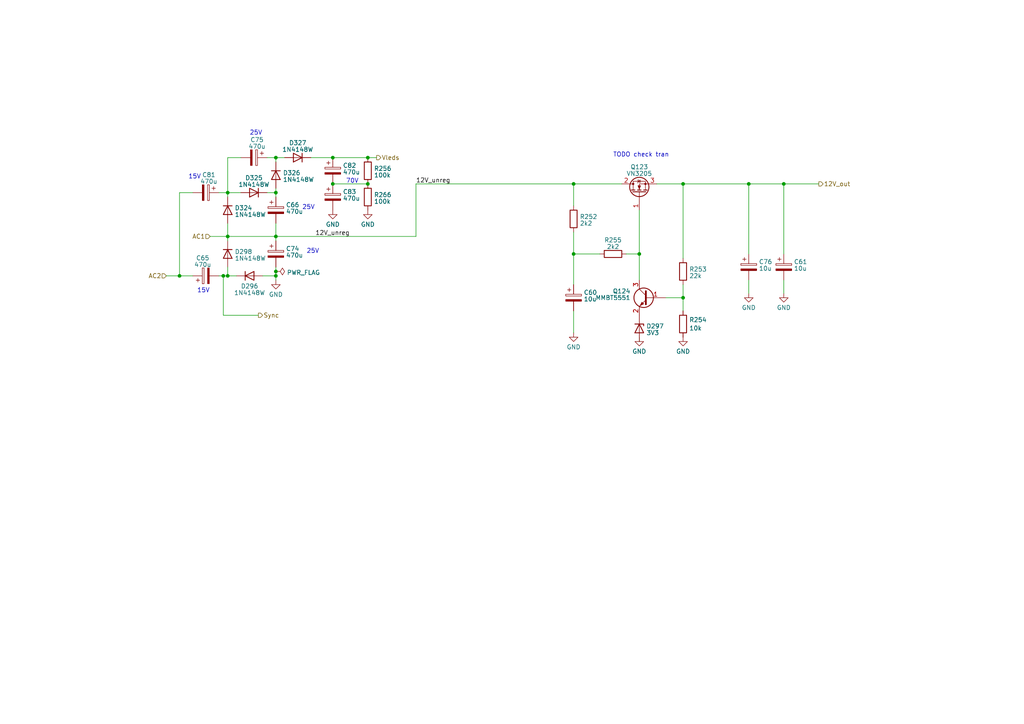
<source format=kicad_sch>
(kicad_sch (version 20231120) (generator "eeschema") (generator_version "8.0")
  (paper "A4")
  (lib_symbols
    (symbol "Device:C_Polarized" (pin_numbers hide) (pin_names (offset 0.254))
      (property "Reference" "C" (at 0.635 2.54 0))
      (property "Value" "C_Polarized" (at 0.635 -2.54 0))
      (symbol "C_Polarized_0_1"
        (rectangle (start -2.286 0.508) (end 2.286 1.016))
        (polyline (pts (xy -1.778 2.286) (xy -0.762 2.286)))
        (polyline (pts (xy -1.27 2.794) (xy -1.27 1.778)))
        (rectangle (start 2.286 -0.508) (end -2.286 -1.016) (fill (type outline)))
      )
      (symbol "C_Polarized_1_1"
        (pin passive line (at 0 3.81 270) (length 2.794) (name "~") (number "1"))
        (pin passive line (at 0 -3.81 90) (length 2.794) (name "~") (number "2"))
      )
    )
    (symbol "Device:D" (pin_numbers hide) (pin_names (offset 1.016) hide)
      (property "Reference" "D" (at 0 2.54 0))
      (property "Value" "D" (at 0 -2.54 0))
      (symbol "D_0_1"
        (polyline (pts (xy -1.27 1.27) (xy -1.27 -1.27)) (stroke (width 0.254)))
        (polyline (pts (xy 1.27 0) (xy -1.27 0)))
        (polyline (pts (xy 1.27 1.27) (xy 1.27 -1.27) (xy -1.27 0) (xy 1.27 1.27)) (stroke (width 0.254)))
      )
      (symbol "D_1_1"
        (pin passive line (at -3.81 0 0) (length 2.54) (name "K") (number "1"))
        (pin passive line (at 3.81 0 180) (length 2.54) (name "A") (number "2"))
      )
    )
    (symbol "Device:D_Zener" (pin_numbers hide) (pin_names (offset 1.016) hide)
      (property "Reference" "D" (at 0 2.54 0))
      (property "Value" "D_Zener" (at 0 -2.54 0))
      (symbol "D_Zener_0_1"
        (polyline (pts (xy 1.27 0) (xy -1.27 0)))
        (polyline (pts (xy -1.27 -1.27) (xy -1.27 1.27) (xy -0.762 1.27)) (stroke (width 0.254)))
        (polyline (pts (xy 1.27 -1.27) (xy 1.27 1.27) (xy -1.27 0) (xy 1.27 -1.27)) (stroke (width 0.254)))
      )
      (symbol "D_Zener_1_1"
        (pin passive line (at -3.81 0 0) (length 2.54) (name "K") (number "1"))
        (pin passive line (at 3.81 0 180) (length 2.54) (name "A") (number "2"))
      )
    )
    (symbol "Device:Q_NMOS_GDS" (pin_names (offset 0) hide)
      (property "Reference" "Q" (at 5.08 1.27 0))
      (property "Value" "Q_NMOS_GDS" (at 5.08 -1.27 0))
      (symbol "Q_NMOS_GDS_0_1"
        (polyline (pts (xy 0.254 0) (xy -2.54 0)))
        (polyline (pts (xy 0.254 1.905) (xy 0.254 -1.905)) (stroke (width 0.254)))
        (polyline (pts (xy 0.762 -1.27) (xy 0.762 -2.286)) (stroke (width 0.254)))
        (polyline (pts (xy 0.762 0.508) (xy 0.762 -0.508)) (stroke (width 0.254)))
        (polyline (pts (xy 0.762 2.286) (xy 0.762 1.27)) (stroke (width 0.254)))
        (polyline (pts (xy 2.54 2.54) (xy 2.54 1.778)))
        (polyline (pts (xy 2.54 -2.54) (xy 2.54 0) (xy 0.762 0)))
        (polyline (pts (xy 0.762 -1.778) (xy 3.302 -1.778) (xy 3.302 1.778) (xy 0.762 1.778)))
        (polyline (pts (xy 1.016 0) (xy 2.032 0.381) (xy 2.032 -0.381) (xy 1.016 0)) (fill (type outline)))
        (polyline (pts (xy 2.794 0.508) (xy 2.921 0.381) (xy 3.683 0.381) (xy 3.81 0.254)))
        (polyline (pts (xy 3.302 0.381) (xy 2.921 -0.254) (xy 3.683 -0.254) (xy 3.302 0.381)))
        (circle (center 1.651 0) (radius 2.794) (stroke (width 0.254)))
        (circle (center 2.54 -1.778) (radius 0.254) (fill (type outline)))
        (circle (center 2.54 1.778) (radius 0.254) (fill (type outline)))
      )
      (symbol "Q_NMOS_GDS_1_1"
        (pin input line (at -5.08 0 0) (length 2.54) (name "G") (number "1"))
        (pin passive line (at 2.54 5.08 270) (length 2.54) (name "D") (number "2"))
        (pin passive line (at 2.54 -5.08 90) (length 2.54) (name "S") (number "3"))
      )
    )
    (symbol "Device:R" (pin_numbers hide) (pin_names (offset 0))
      (property "Reference" "R" (at 2.032 0 90))
      (property "Value" "R" (at 0 0 90))
      (symbol "R_0_1"
        (rectangle (start -1.016 -2.54) (end 1.016 2.54) (stroke (width 0.254)))
      )
      (symbol "R_1_1"
        (pin passive line (at 0 3.81 270) (length 1.27) (name "~") (number "1"))
        (pin passive line (at 0 -3.81 90) (length 1.27) (name "~") (number "2"))
      )
    )
    (symbol "Transistor_BJT:MMBT3904" (pin_names (offset 0) hide)
      (property "Reference" "Q" (at 5.08 1.905 0))
      (property "Value" "MMBT3904" (at 5.08 0 0))
      (symbol "MMBT3904_0_1"
        (polyline (pts (xy 0.635 0.635) (xy 2.54 2.54)))
        (polyline (pts (xy 0.635 -0.635) (xy 2.54 -2.54) (xy 2.54 -2.54)))
        (polyline (pts (xy 0.635 1.905) (xy 0.635 -1.905) (xy 0.635 -1.905)) (stroke (width 0.508)))
        (polyline (pts (xy 1.27 -1.778) (xy 1.778 -1.27) (xy 2.286 -2.286) (xy 1.27 -1.778) (xy 1.27 -1.778)) (fill (type outline)))
        (circle (center 1.27 0) (radius 2.8194) (stroke (width 0.254)))
      )
      (symbol "MMBT3904_1_1"
        (pin input line (at -5.08 0 0) (length 5.715) (name "B") (number "1"))
        (pin passive line (at 2.54 -5.08 90) (length 2.54) (name "E") (number "2"))
        (pin passive line (at 2.54 5.08 270) (length 2.54) (name "C") (number "3"))
      )
    )
    (symbol "power:GND" (power) (pin_names (offset 0))
      (property "Value" "GND" (at 0 -3.81 0))
      (symbol "GND_0_1"
        (polyline (pts (xy 0 0) (xy 0 -1.27) (xy 1.27 -1.27) (xy 0 -2.54) (xy -1.27 -1.27) (xy 0 -1.27)))
      )
      (symbol "GND_1_1"
        (pin power_in line (at 0 0 270) (length 0) hide (name "GND") (number "1"))
      )
    )
    (symbol "power:PWR_FLAG" (power) (pin_numbers hide) (pin_names (offset 0) hide)
      (property "Value" "PWR_FLAG" (at 0 3.81 0))
      (symbol "PWR_FLAG_0_0"
        (pin power_out line (at 0 0 90) (length 0) (name "pwr") (number "1"))
      )
      (symbol "PWR_FLAG_0_1"
        (polyline (pts (xy 0 0) (xy 0 1.27) (xy -1.016 1.905) (xy 0 2.54) (xy 1.016 1.905) (xy 0 1.27)))
      )
    )
  )
  (junction (at 64.77 80.01))
  (junction (at 80.01 68.58))
  (junction (at 66.04 80.01))
  (junction (at 66.04 68.58))
  (junction (at 80.01 80.01))
  (junction (at 198.12 86.36))
  (junction (at 198.12 53.34))
  (junction (at 96.52 53.34))
  (junction (at 166.37 73.66))
  (junction (at 217.17 53.34))
  (junction (at 227.33 53.34))
  (junction (at 106.68 45.72))
  (junction (at 166.37 53.34))
  (junction (at 96.52 45.72))
  (junction (at 80.01 55.88))
  (junction (at 80.01 45.72))
  (junction (at 106.68 53.34))
  (junction (at 185.42 73.66))
  (junction (at 66.04 55.88))
  (junction (at 52.07 80.01))
  (junction (at 80.01 78.74))
  (wire (pts (xy 80.01 68.58) (xy 120.65 68.58)))
  (wire (pts (xy 185.42 73.66) (xy 185.42 81.28)))
  (wire (pts (xy 80.01 77.47) (xy 80.01 78.74)))
  (wire (pts (xy 96.52 53.34) (xy 106.68 53.34)))
  (wire (pts (xy 63.5 55.88) (xy 66.04 55.88)))
  (wire (pts (xy 80.01 81.28) (xy 80.01 80.01)))
  (wire (pts (xy 52.07 80.01) (xy 55.88 80.01)))
  (wire (pts (xy 52.07 55.88) (xy 52.07 80.01)))
  (wire (pts (xy 66.04 55.88) (xy 66.04 57.15)))
  (wire (pts (xy 217.17 53.34) (xy 217.17 73.66)))
  (wire (pts (xy 63.5 80.01) (xy 64.77 80.01)))
  (wire (pts (xy 80.01 45.72) (xy 82.55 45.72)))
  (wire (pts (xy 76.2 80.01) (xy 80.01 80.01)))
  (wire (pts (xy 66.04 80.01) (xy 66.04 77.47)))
  (wire (pts (xy 48.26 80.01) (xy 52.07 80.01)))
  (wire (pts (xy 120.65 53.34) (xy 166.37 53.34)))
  (wire (pts (xy 193.04 86.36) (xy 198.12 86.36)))
  (wire (pts (xy 69.85 45.72) (xy 66.04 45.72)))
  (wire (pts (xy 64.77 80.01) (xy 66.04 80.01)))
  (wire (pts (xy 190.5 53.34) (xy 198.12 53.34)))
  (wire (pts (xy 90.17 45.72) (xy 96.52 45.72)))
  (wire (pts (xy 68.58 80.01) (xy 66.04 80.01)))
  (wire (pts (xy 120.65 53.34) (xy 120.65 68.58)))
  (wire (pts (xy 80.01 55.88) (xy 80.01 57.15)))
  (wire (pts (xy 60.96 68.58) (xy 66.04 68.58)))
  (wire (pts (xy 227.33 53.34) (xy 237.49 53.34)))
  (wire (pts (xy 166.37 67.31) (xy 166.37 73.66)))
  (wire (pts (xy 96.52 45.72) (xy 106.68 45.72)))
  (wire (pts (xy 227.33 53.34) (xy 227.33 73.66)))
  (wire (pts (xy 55.88 55.88) (xy 52.07 55.88)))
  (wire (pts (xy 227.33 85.09) (xy 227.33 81.28)))
  (wire (pts (xy 64.77 91.44) (xy 64.77 80.01)))
  (wire (pts (xy 166.37 59.69) (xy 166.37 53.34)))
  (wire (pts (xy 198.12 53.34) (xy 198.12 74.93)))
  (wire (pts (xy 198.12 86.36) (xy 198.12 90.17)))
  (wire (pts (xy 80.01 54.61) (xy 80.01 55.88)))
  (wire (pts (xy 166.37 73.66) (xy 173.99 73.66)))
  (wire (pts (xy 106.68 45.72) (xy 109.22 45.72)))
  (wire (pts (xy 80.01 45.72) (xy 80.01 46.99)))
  (wire (pts (xy 217.17 85.09) (xy 217.17 81.28)))
  (wire (pts (xy 77.47 55.88) (xy 80.01 55.88)))
  (wire (pts (xy 80.01 69.85) (xy 80.01 68.58)))
  (wire (pts (xy 66.04 55.88) (xy 69.85 55.88)))
  (wire (pts (xy 80.01 64.77) (xy 80.01 68.58)))
  (wire (pts (xy 185.42 99.06) (xy 185.42 97.79)))
  (wire (pts (xy 77.47 45.72) (xy 80.01 45.72)))
  (wire (pts (xy 217.17 53.34) (xy 227.33 53.34)))
  (wire (pts (xy 181.61 73.66) (xy 185.42 73.66)))
  (wire (pts (xy 66.04 45.72) (xy 66.04 55.88)))
  (wire (pts (xy 166.37 53.34) (xy 180.34 53.34)))
  (wire (pts (xy 198.12 53.34) (xy 217.17 53.34)))
  (wire (pts (xy 166.37 90.17) (xy 166.37 96.52)))
  (wire (pts (xy 66.04 64.77) (xy 66.04 68.58)))
  (wire (pts (xy 166.37 73.66) (xy 166.37 82.55)))
  (wire (pts (xy 66.04 68.58) (xy 66.04 69.85)))
  (wire (pts (xy 66.04 68.58) (xy 80.01 68.58)))
  (wire (pts (xy 74.93 91.44) (xy 64.77 91.44)))
  (wire (pts (xy 185.42 60.96) (xy 185.42 73.66)))
  (wire (pts (xy 80.01 80.01) (xy 80.01 78.74)))
  (wire (pts (xy 198.12 82.55) (xy 198.12 86.36)))
  (text "TODO check tran" (at 177.8 45.72 0) (effects (font (size 1.27 1.27)) (justify left bottom)))
  (text "25V" (at 87.63 60.96 0) (effects (font (size 1.27 1.27)) (justify left bottom)))
  (text "70V" (at 100.33 53.34 0) (effects (font (size 1.27 1.27)) (justify left bottom)))
  (text "25V" (at 72.39 39.37 0) (effects (font (size 1.27 1.27)) (justify left bottom)))
  (text "25V" (at 88.9 73.66 0) (effects (font (size 1.27 1.27)) (justify left bottom)))
  (text "15V" (at 54.61 52.07 0) (effects (font (size 1.27 1.27)) (justify left bottom)))
  (text "15V" (at 57.15 85.09 0) (effects (font (size 1.27 1.27)) (justify left bottom)))
  (label "12V_unreg" (at 91.44 68.58 0))
  (label "12V_unreg" (at 120.65 53.34 0))
  (hierarchical_label "Sync" (shape output) (at 74.93 91.44 0))
  (hierarchical_label "12V_out" (shape output) (at 237.49 53.34 0))
  (hierarchical_label "Vleds" (shape output) (at 109.22 45.72 0))
  (hierarchical_label "AC1" (shape input) (at 60.96 68.58 180))
  (hierarchical_label "AC2" (shape input) (at 48.26 80.01 180))
  (symbol (lib_id "Device:D") (at 73.66 55.88 180) (unit 1)
    (property "Reference" "D325" (at 73.66 51.6001 0))
    (property "Value" "1N4148W" (at 73.66 53.5211 0))
    (property "Footprint" "Diode_SMD:D_SOD-123" (effects (hide yes)))
    (property "Sim.Device" "D" (effects (hide yes)))
    (property "Sim.Pins" "1=K 2=A" (effects (hide yes)))
    (property "Assembly" "True" (effects (hide yes)))
    (property "LCSC_PN" "C81598" (effects (hide yes)))
    (property "Price" "0.0061" (effects (hide yes)))
  )
  (symbol (lib_id "Device:R") (at 106.68 49.53 0) (unit 1)
    (property "Reference" "R256" (at 108.458 48.8863 0) (effects (justify left)))
    (property "Value" "100k" (at 108.458 50.8073 0) (effects (justify left)))
    (property "Footprint" "Resistor_SMD:R_0603_1608Metric" (effects (hide yes)))
    (property "Assembly" "True" (effects (hide yes)))
    (property "LCSC_PN" "C25803" (effects (hide yes)))
    (property "Price" "0.0009" (effects (hide yes)))
  )
  (symbol (lib_id "Device:R") (at 198.12 78.74 0) (unit 1)
    (property "Reference" "R253" (at 199.898 78.0963 0) (effects (justify left)))
    (property "Value" "22k" (at 199.898 80.0173 0) (effects (justify left)))
    (property "Footprint" "Resistor_SMD:R_0603_1608Metric" (effects (hide yes)))
    (property "Assembly" "OK 39k x2 //" (effects (hide yes)))
  )
  (symbol (lib_id "power:GND") (at 166.37 96.52 0) (unit 1)
    (property "Reference" "#PWR05" (effects (hide yes)))
    (property "Value" "GND" (at 166.37 100.6555 0))
  )
  (symbol (lib_id "Device:C_Polarized") (at 59.69 55.88 270) (unit 1)
    (property "Reference" "C81" (at 60.579 50.7111 90))
    (property "Value" "470u" (at 60.579 52.6321 90))
    (property "Footprint" "Capacitor_SMD:CP_Elec_8x5.4" (effects (hide yes)))
    (property "Assembly" "OK" (effects (hide yes)))
  )
  (symbol (lib_id "Device:D") (at 66.04 73.66 270) (unit 1)
    (property "Reference" "D298" (at 68.072 73.0163 90) (effects (justify left)))
    (property "Value" "1N4148W" (at 68.072 74.9373 90) (effects (justify left)))
    (property "Footprint" "Diode_SMD:D_SOD-123" (effects (hide yes)))
    (property "Sim.Device" "D" (effects (hide yes)))
    (property "Sim.Pins" "1=K 2=A" (effects (hide yes)))
    (property "Assembly" "True" (effects (hide yes)))
    (property "LCSC_PN" "C81598" (effects (hide yes)))
    (property "Price" "0.0061" (effects (hide yes)))
  )
  (symbol (lib_id "power:PWR_FLAG") (at 80.01 78.74 270) (unit 1)
    (property "Reference" "#FLG03" (effects (hide yes)))
    (property "Value" "PWR_FLAG" (at 83.185 79.0568 90) (effects (justify left)))
  )
  (symbol (lib_id "Device:C_Polarized") (at 166.37 86.36 0) (unit 1)
    (property "Reference" "C60" (at 169.291 84.8273 0) (effects (justify left)))
    (property "Value" "10u" (at 169.291 86.7483 0) (effects (justify left)))
    (property "Footprint" "Capacitor_SMD:C_0805_2012Metric" (effects (hide yes)))
    (property "Assembly" "True" (effects (hide yes)))
    (property "LCSC_PN" "C15850" (effects (hide yes)))
    (property "Price" "0.0105" (effects (hide yes)))
  )
  (symbol (lib_id "power:GND") (at 96.52 60.96 0) (unit 1)
    (property "Reference" "#PWR0250" (effects (hide yes)))
    (property "Value" "GND" (at 96.52 65.0955 0))
  )
  (symbol (lib_id "Device:R") (at 177.8 73.66 270) (unit 1)
    (property "Reference" "R255" (at 177.8 69.6341 90))
    (property "Value" "2k2" (at 177.8 71.5551 90))
    (property "Footprint" "Resistor_SMD:R_0603_1608Metric" (effects (hide yes)))
    (property "Assembly" "True" (effects (hide yes)))
    (property "LCSC_PN" "C4190" (effects (hide yes)))
    (property "Price" "0.0009" (effects (hide yes)))
  )
  (symbol (lib_id "Device:D") (at 80.01 50.8 270) (unit 1)
    (property "Reference" "D326" (at 82.042 50.1563 90) (effects (justify left)))
    (property "Value" "1N4148W" (at 82.042 52.0773 90) (effects (justify left)))
    (property "Footprint" "Diode_SMD:D_SOD-123" (effects (hide yes)))
    (property "Sim.Device" "D" (effects (hide yes)))
    (property "Sim.Pins" "1=K 2=A" (effects (hide yes)))
    (property "Assembly" "True" (effects (hide yes)))
    (property "LCSC_PN" "C81598" (effects (hide yes)))
    (property "Price" "0.0061" (effects (hide yes)))
  )
  (symbol (lib_id "Device:C_Polarized") (at 73.66 45.72 270) (unit 1)
    (property "Reference" "C75" (at 74.549 40.5511 90))
    (property "Value" "470u" (at 74.549 42.4721 90))
    (property "Footprint" "Capacitor_SMD:CP_Elec_8x5.4" (effects (hide yes)))
    (property "Assembly" "OK" (effects (hide yes)))
  )
  (symbol (lib_id "Device:R") (at 198.12 93.98 0) (unit 1)
    (property "Reference" "R254" (at 199.898 92.7679 0) (effects (justify left)))
    (property "Value" "10k" (at 199.898 95.1921 0) (effects (justify left)))
    (property "Footprint" "Resistor_SMD:R_0603_1608Metric" (effects (hide yes)))
    (property "Assembly" "True" (effects (hide yes)))
    (property "LCSC_PN" "C25804" (effects (hide yes)))
    (property "Price" "0.0008" (effects (hide yes)))
  )
  (symbol (lib_id "Device:D") (at 66.04 60.96 270) (unit 1)
    (property "Reference" "D324" (at 68.072 60.3163 90) (effects (justify left)))
    (property "Value" "1N4148W" (at 68.072 62.2373 90) (effects (justify left)))
    (property "Footprint" "Diode_SMD:D_SOD-123" (effects (hide yes)))
    (property "Sim.Device" "D" (effects (hide yes)))
    (property "Sim.Pins" "1=K 2=A" (effects (hide yes)))
    (property "Assembly" "True" (effects (hide yes)))
    (property "LCSC_PN" "C81598" (effects (hide yes)))
    (property "Price" "0.0061" (effects (hide yes)))
  )
  (symbol (lib_id "Device:Q_NMOS_GDS") (at 185.42 55.88 90) (unit 1)
    (property "Reference" "Q123" (at 185.42 48.4251 90))
    (property "Value" "VN3205" (at 185.42 50.3461 90))
    (property "Footprint" "Package_TO_SOT_SMD:SOT-89-3" (effects (hide yes)))
    (property "Assembly" "OK" (effects (hide yes)))
  )
  (symbol (lib_id "power:GND") (at 217.17 85.09 0) (unit 1)
    (property "Reference" "#PWR0255" (effects (hide yes)))
    (property "Value" "GND" (at 217.17 89.2255 0))
  )
  (symbol (lib_id "Device:R") (at 106.68 57.15 0) (unit 1)
    (property "Reference" "R266" (at 108.458 56.5063 0) (effects (justify left)))
    (property "Value" "100k" (at 108.458 58.4273 0) (effects (justify left)))
    (property "Footprint" "Resistor_SMD:R_0603_1608Metric" (effects (hide yes)))
    (property "Assembly" "True" (effects (hide yes)))
    (property "LCSC_PN" "C25803" (effects (hide yes)))
    (property "Price" "0.0009" (effects (hide yes)))
  )
  (symbol (lib_id "Device:C_Polarized") (at 80.01 73.66 0) (unit 1)
    (property "Reference" "C74" (at 82.931 72.1273 0) (effects (justify left)))
    (property "Value" "470u" (at 82.931 74.0483 0) (effects (justify left)))
    (property "Footprint" "Capacitor_SMD:CP_Elec_8x5.4" (effects (hide yes)))
    (property "Assembly" "OK" (effects (hide yes)))
  )
  (symbol (lib_id "Device:C_Polarized") (at 96.52 57.15 0) (unit 1)
    (property "Reference" "C83" (at 99.441 55.6173 0) (effects (justify left)))
    (property "Value" "470u" (at 99.441 57.5383 0) (effects (justify left)))
    (property "Footprint" "Capacitor_SMD:CP_Elec_8x5.4" (effects (hide yes)))
    (property "Assembly" "OK" (effects (hide yes)))
  )
  (symbol (lib_id "power:GND") (at 80.01 81.28 0) (unit 1)
    (property "Reference" "#PWR0251" (effects (hide yes)))
    (property "Value" "GND" (at 80.01 85.4155 0))
  )
  (symbol (lib_id "power:GND") (at 227.33 85.09 0) (unit 1)
    (property "Reference" "#PWR04" (effects (hide yes)))
    (property "Value" "GND" (at 227.33 89.2255 0))
  )
  (symbol (lib_id "Device:C_Polarized") (at 96.52 49.53 0) (unit 1)
    (property "Reference" "C82" (at 99.441 47.9973 0) (effects (justify left)))
    (property "Value" "470u" (at 99.441 49.9183 0) (effects (justify left)))
    (property "Footprint" "Capacitor_SMD:CP_Elec_8x5.4" (effects (hide yes)))
    (property "Assembly" "OK" (effects (hide yes)))
  )
  (symbol (lib_id "Device:C_Polarized") (at 59.69 80.01 90) (unit 1)
    (property "Reference" "C65" (at 58.801 74.8411 90))
    (property "Value" "470u" (at 58.801 76.7621 90))
    (property "Footprint" "Capacitor_SMD:CP_Elec_8x5.4" (effects (hide yes)))
    (property "Assembly" "OK" (effects (hide yes)))
  )
  (symbol (lib_id "Device:C_Polarized") (at 227.33 77.47 0) (unit 1)
    (property "Reference" "C61" (at 230.251 75.9373 0) (effects (justify left)))
    (property "Value" "10u" (at 230.251 77.8583 0) (effects (justify left)))
    (property "Footprint" "Capacitor_SMD:C_0805_2012Metric" (effects (hide yes)))
    (property "Assembly" "True" (effects (hide yes)))
    (property "LCSC_PN" "C15850" (effects (hide yes)))
    (property "Price" "0.0105" (effects (hide yes)))
  )
  (symbol (lib_id "power:GND") (at 106.68 60.96 0) (unit 1)
    (property "Reference" "#PWR0252" (effects (hide yes)))
    (property "Value" "GND" (at 106.68 65.0955 0))
  )
  (symbol (lib_id "Device:C_Polarized") (at 80.01 60.96 0) (unit 1)
    (property "Reference" "C66" (at 82.931 59.4273 0) (effects (justify left)))
    (property "Value" "470u" (at 82.931 61.3483 0) (effects (justify left)))
    (property "Footprint" "Capacitor_SMD:CP_Elec_8x5.4" (effects (hide yes)))
    (property "Assembly" "OK" (effects (hide yes)))
  )
  (symbol (lib_id "Device:R") (at 166.37 63.5 0) (unit 1)
    (property "Reference" "R252" (at 168.148 62.8563 0) (effects (justify left)))
    (property "Value" "2k2" (at 168.148 64.7773 0) (effects (justify left)))
    (property "Footprint" "Resistor_SMD:R_0603_1608Metric" (effects (hide yes)))
    (property "Assembly" "True" (effects (hide yes)))
    (property "LCSC_PN" "C4190" (effects (hide yes)))
    (property "Price" "0.0009" (effects (hide yes)))
  )
  (symbol (lib_id "Device:D") (at 72.39 80.01 0) (unit 1)
    (property "Reference" "D296" (at 72.39 83.0025 0))
    (property "Value" "1N4148W" (at 72.39 84.9235 0))
    (property "Footprint" "Diode_SMD:D_SOD-123" (effects (hide yes)))
    (property "Sim.Device" "D" (effects (hide yes)))
    (property "Sim.Pins" "1=K 2=A" (effects (hide yes)))
    (property "Assembly" "True" (effects (hide yes)))
    (property "LCSC_PN" "C81598" (effects (hide yes)))
    (property "Price" "0.0061" (effects (hide yes)))
  )
  (symbol (lib_id "Device:D") (at 86.36 45.72 180) (unit 1)
    (property "Reference" "D327" (at 86.36 41.4401 0))
    (property "Value" "1N4148W" (at 86.36 43.3611 0))
    (property "Footprint" "Diode_SMD:D_SOD-123" (effects (hide yes)))
    (property "Sim.Device" "D" (effects (hide yes)))
    (property "Sim.Pins" "1=K 2=A" (effects (hide yes)))
    (property "Assembly" "True" (effects (hide yes)))
    (property "LCSC_PN" "C81598" (effects (hide yes)))
    (property "Price" "0.0061" (effects (hide yes)))
  )
  (symbol (lib_id "power:GND") (at 198.12 97.79 0) (unit 1)
    (property "Reference" "#PWR0274" (effects (hide yes)))
    (property "Value" "GND" (at 198.12 101.9255 0))
  )
  (symbol (lib_id "Device:D_Zener") (at 185.42 95.25 270) (unit 1)
    (property "Reference" "D297" (at 187.452 94.6063 90) (effects (justify left)))
    (property "Value" "3V3" (at 187.452 96.5273 90) (effects (justify left)))
    (property "Footprint" "Diode_SMD:D_MiniMELF" (effects (hide yes)))
    (property "Assembly" "OK" (effects (hide yes)))
  )
  (symbol (lib_id "Device:C_Polarized") (at 217.17 77.47 0) (unit 1)
    (property "Reference" "C76" (at 220.091 75.9373 0) (effects (justify left)))
    (property "Value" "10u" (at 220.091 77.8583 0) (effects (justify left)))
    (property "Footprint" "Capacitor_SMD:C_0805_2012Metric" (effects (hide yes)))
    (property "Assembly" "True" (effects (hide yes)))
    (property "LCSC_PN" "C15850" (effects (hide yes)))
    (property "Price" "0.0105" (effects (hide yes)))
  )
  (symbol (lib_id "Transistor_BJT:MMBT3904") (at 187.96 86.36 0) (mirror y) (unit 1)
    (property "Reference" "Q124" (at 182.88 84.455 0) (effects (justify left)))
    (property "Value" "MMBT5551" (at 182.88 86.36 0) (effects (justify left)))
    (property "Footprint" "Package_TO_SOT_SMD:SOT-23" (effects (hide yes)))
    (property "Datasheet" "https://www.onsemi.com/pub/Collateral/2N3903-D.PDF" (effects (hide yes)))
    (property "Assembly" "True" (effects (hide yes)))
    (property "LCSC_PN" "C2145" (effects (hide yes)))
    (property "Price" "0.0136" (effects (hide yes)))
  )
  (symbol (lib_id "power:GND") (at 185.42 97.79 0) (unit 1)
    (property "Reference" "#PWR0253" (effects (hide yes)))
    (property "Value" "GND" (at 185.42 101.9255 0))
  )
)
</source>
